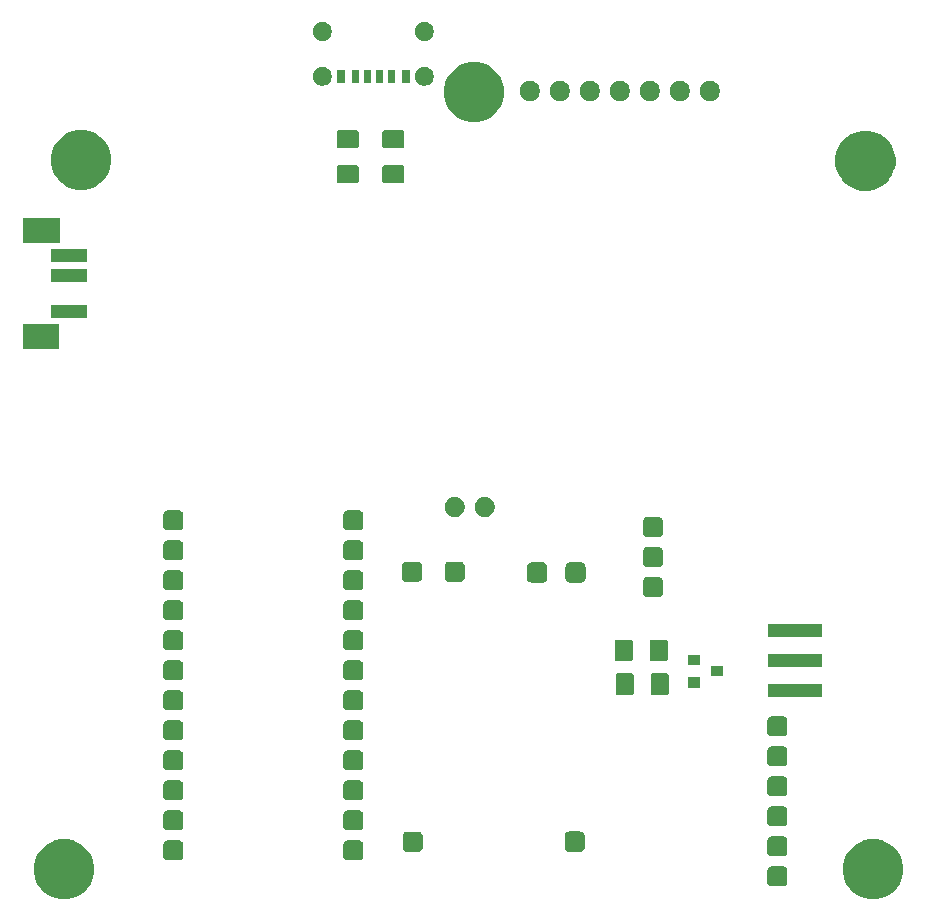
<source format=gbr>
G04 #@! TF.GenerationSoftware,KiCad,Pcbnew,5.0.2+dfsg1-1~bpo9+1*
G04 #@! TF.CreationDate,2021-01-26T10:03:55+00:00*
G04 #@! TF.ProjectId,ardubigboy,61726475-6269-4676-926f-792e6b696361,rev?*
G04 #@! TF.SameCoordinates,Original*
G04 #@! TF.FileFunction,Soldermask,Bot*
G04 #@! TF.FilePolarity,Negative*
%FSLAX46Y46*%
G04 Gerber Fmt 4.6, Leading zero omitted, Abs format (unit mm)*
G04 Created by KiCad (PCBNEW 5.0.2+dfsg1-1~bpo9+1) date Tue 26 Jan 2021 10:03:55 GMT*
%MOMM*%
%LPD*%
G01*
G04 APERTURE LIST*
%ADD10C,0.100000*%
G04 APERTURE END LIST*
D10*
G36*
X128594096Y-119047033D02*
X128594098Y-119047034D01*
X128594099Y-119047034D01*
X129058352Y-119239333D01*
X129271103Y-119381489D01*
X129476171Y-119518511D01*
X129831489Y-119873829D01*
X129831491Y-119873832D01*
X130110667Y-120291648D01*
X130293407Y-120732824D01*
X130302967Y-120755904D01*
X130401000Y-121248747D01*
X130401000Y-121751252D01*
X130302966Y-122244099D01*
X130110667Y-122708352D01*
X129976858Y-122908611D01*
X129831489Y-123126171D01*
X129476171Y-123481489D01*
X129476168Y-123481491D01*
X129058352Y-123760667D01*
X128594099Y-123952966D01*
X128594098Y-123952966D01*
X128594096Y-123952967D01*
X128101253Y-124051000D01*
X127598747Y-124051000D01*
X127105904Y-123952967D01*
X127105902Y-123952966D01*
X127105901Y-123952966D01*
X126641648Y-123760667D01*
X126223832Y-123481491D01*
X126223829Y-123481489D01*
X125868511Y-123126171D01*
X125723142Y-122908611D01*
X125589333Y-122708352D01*
X125397034Y-122244099D01*
X125299000Y-121751252D01*
X125299000Y-121248747D01*
X125397033Y-120755904D01*
X125406593Y-120732824D01*
X125589333Y-120291648D01*
X125868509Y-119873832D01*
X125868511Y-119873829D01*
X126223829Y-119518511D01*
X126428897Y-119381489D01*
X126641648Y-119239333D01*
X127105901Y-119047034D01*
X127105902Y-119047034D01*
X127105904Y-119047033D01*
X127598747Y-118949000D01*
X128101253Y-118949000D01*
X128594096Y-119047033D01*
X128594096Y-119047033D01*
G37*
G36*
X60094096Y-119047033D02*
X60094098Y-119047034D01*
X60094099Y-119047034D01*
X60558352Y-119239333D01*
X60771103Y-119381489D01*
X60976171Y-119518511D01*
X61331489Y-119873829D01*
X61331491Y-119873832D01*
X61610667Y-120291648D01*
X61793407Y-120732824D01*
X61802967Y-120755904D01*
X61901000Y-121248747D01*
X61901000Y-121751252D01*
X61802966Y-122244099D01*
X61610667Y-122708352D01*
X61476858Y-122908611D01*
X61331489Y-123126171D01*
X60976171Y-123481489D01*
X60976168Y-123481491D01*
X60558352Y-123760667D01*
X60094099Y-123952966D01*
X60094098Y-123952966D01*
X60094096Y-123952967D01*
X59601253Y-124051000D01*
X59098747Y-124051000D01*
X58605904Y-123952967D01*
X58605902Y-123952966D01*
X58605901Y-123952966D01*
X58141648Y-123760667D01*
X57723832Y-123481491D01*
X57723829Y-123481489D01*
X57368511Y-123126171D01*
X57223142Y-122908611D01*
X57089333Y-122708352D01*
X56897034Y-122244099D01*
X56799000Y-121751252D01*
X56799000Y-121248747D01*
X56897033Y-120755904D01*
X56906593Y-120732824D01*
X57089333Y-120291648D01*
X57368509Y-119873832D01*
X57368511Y-119873829D01*
X57723829Y-119518511D01*
X57928897Y-119381489D01*
X58141648Y-119239333D01*
X58605901Y-119047034D01*
X58605902Y-119047034D01*
X58605904Y-119047033D01*
X59098747Y-118949000D01*
X59601253Y-118949000D01*
X60094096Y-119047033D01*
X60094096Y-119047033D01*
G37*
G36*
X120298698Y-121246568D02*
X120366684Y-121267191D01*
X120429337Y-121300680D01*
X120484252Y-121345748D01*
X120529320Y-121400663D01*
X120562809Y-121463316D01*
X120583432Y-121531302D01*
X120591000Y-121608140D01*
X120591000Y-122571860D01*
X120583432Y-122648698D01*
X120562809Y-122716684D01*
X120529320Y-122779337D01*
X120484252Y-122834252D01*
X120429337Y-122879320D01*
X120366684Y-122912809D01*
X120298698Y-122933432D01*
X120221860Y-122941000D01*
X119258140Y-122941000D01*
X119181302Y-122933432D01*
X119113316Y-122912809D01*
X119050663Y-122879320D01*
X118995748Y-122834252D01*
X118950680Y-122779337D01*
X118917191Y-122716684D01*
X118896568Y-122648698D01*
X118889000Y-122571860D01*
X118889000Y-121608140D01*
X118896568Y-121531302D01*
X118917191Y-121463316D01*
X118950680Y-121400663D01*
X118995748Y-121345748D01*
X119050663Y-121300680D01*
X119113316Y-121267191D01*
X119181302Y-121246568D01*
X119258140Y-121239000D01*
X120221860Y-121239000D01*
X120298698Y-121246568D01*
X120298698Y-121246568D01*
G37*
G36*
X84398698Y-119046568D02*
X84466684Y-119067191D01*
X84529337Y-119100680D01*
X84584252Y-119145748D01*
X84629320Y-119200663D01*
X84662809Y-119263316D01*
X84683432Y-119331302D01*
X84691000Y-119408140D01*
X84691000Y-120371860D01*
X84683432Y-120448698D01*
X84662809Y-120516684D01*
X84629320Y-120579337D01*
X84584252Y-120634252D01*
X84529337Y-120679320D01*
X84466684Y-120712809D01*
X84398698Y-120733432D01*
X84321860Y-120741000D01*
X83358140Y-120741000D01*
X83281302Y-120733432D01*
X83213316Y-120712809D01*
X83150663Y-120679320D01*
X83095748Y-120634252D01*
X83050680Y-120579337D01*
X83017191Y-120516684D01*
X82996568Y-120448698D01*
X82989000Y-120371860D01*
X82989000Y-119408140D01*
X82996568Y-119331302D01*
X83017191Y-119263316D01*
X83050680Y-119200663D01*
X83095748Y-119145748D01*
X83150663Y-119100680D01*
X83213316Y-119067191D01*
X83281302Y-119046568D01*
X83358140Y-119039000D01*
X84321860Y-119039000D01*
X84398698Y-119046568D01*
X84398698Y-119046568D01*
G37*
G36*
X69158698Y-119046568D02*
X69226684Y-119067191D01*
X69289337Y-119100680D01*
X69344252Y-119145748D01*
X69389320Y-119200663D01*
X69422809Y-119263316D01*
X69443432Y-119331302D01*
X69451000Y-119408140D01*
X69451000Y-120371860D01*
X69443432Y-120448698D01*
X69422809Y-120516684D01*
X69389320Y-120579337D01*
X69344252Y-120634252D01*
X69289337Y-120679320D01*
X69226684Y-120712809D01*
X69158698Y-120733432D01*
X69081860Y-120741000D01*
X68118140Y-120741000D01*
X68041302Y-120733432D01*
X67973316Y-120712809D01*
X67910663Y-120679320D01*
X67855748Y-120634252D01*
X67810680Y-120579337D01*
X67777191Y-120516684D01*
X67756568Y-120448698D01*
X67749000Y-120371860D01*
X67749000Y-119408140D01*
X67756568Y-119331302D01*
X67777191Y-119263316D01*
X67810680Y-119200663D01*
X67855748Y-119145748D01*
X67910663Y-119100680D01*
X67973316Y-119067191D01*
X68041302Y-119046568D01*
X68118140Y-119039000D01*
X69081860Y-119039000D01*
X69158698Y-119046568D01*
X69158698Y-119046568D01*
G37*
G36*
X120298698Y-118706568D02*
X120366684Y-118727191D01*
X120429337Y-118760680D01*
X120484252Y-118805748D01*
X120529320Y-118860663D01*
X120562809Y-118923316D01*
X120583432Y-118991302D01*
X120591000Y-119068140D01*
X120591000Y-120031860D01*
X120583432Y-120108698D01*
X120562809Y-120176684D01*
X120529320Y-120239337D01*
X120484252Y-120294252D01*
X120429337Y-120339320D01*
X120366684Y-120372809D01*
X120298698Y-120393432D01*
X120221860Y-120401000D01*
X119258140Y-120401000D01*
X119181302Y-120393432D01*
X119113316Y-120372809D01*
X119050663Y-120339320D01*
X118995748Y-120294252D01*
X118950680Y-120239337D01*
X118917191Y-120176684D01*
X118896568Y-120108698D01*
X118889000Y-120031860D01*
X118889000Y-119068140D01*
X118896568Y-118991302D01*
X118917191Y-118923316D01*
X118950680Y-118860663D01*
X118995748Y-118805748D01*
X119050663Y-118760680D01*
X119113316Y-118727191D01*
X119181302Y-118706568D01*
X119258140Y-118699000D01*
X120221860Y-118699000D01*
X120298698Y-118706568D01*
X120298698Y-118706568D01*
G37*
G36*
X89417998Y-118319268D02*
X89485984Y-118339891D01*
X89548637Y-118373380D01*
X89603552Y-118418448D01*
X89648620Y-118473363D01*
X89682109Y-118536016D01*
X89702732Y-118604002D01*
X89710300Y-118680840D01*
X89710300Y-119644560D01*
X89702732Y-119721398D01*
X89682109Y-119789384D01*
X89648620Y-119852037D01*
X89603552Y-119906952D01*
X89548637Y-119952020D01*
X89485984Y-119985509D01*
X89417998Y-120006132D01*
X89341160Y-120013700D01*
X88377440Y-120013700D01*
X88300602Y-120006132D01*
X88232616Y-119985509D01*
X88169963Y-119952020D01*
X88115048Y-119906952D01*
X88069980Y-119852037D01*
X88036491Y-119789384D01*
X88015868Y-119721398D01*
X88008300Y-119644560D01*
X88008300Y-118680840D01*
X88015868Y-118604002D01*
X88036491Y-118536016D01*
X88069980Y-118473363D01*
X88115048Y-118418448D01*
X88169963Y-118373380D01*
X88232616Y-118339891D01*
X88300602Y-118319268D01*
X88377440Y-118311700D01*
X89341160Y-118311700D01*
X89417998Y-118319268D01*
X89417998Y-118319268D01*
G37*
G36*
X103133998Y-118306568D02*
X103201984Y-118327191D01*
X103264637Y-118360680D01*
X103319552Y-118405748D01*
X103364620Y-118460663D01*
X103398109Y-118523316D01*
X103418732Y-118591302D01*
X103426300Y-118668140D01*
X103426300Y-119631860D01*
X103418732Y-119708698D01*
X103398109Y-119776684D01*
X103364620Y-119839337D01*
X103319552Y-119894252D01*
X103264637Y-119939320D01*
X103201984Y-119972809D01*
X103133998Y-119993432D01*
X103057160Y-120001000D01*
X102093440Y-120001000D01*
X102016602Y-119993432D01*
X101948616Y-119972809D01*
X101885963Y-119939320D01*
X101831048Y-119894252D01*
X101785980Y-119839337D01*
X101752491Y-119776684D01*
X101731868Y-119708698D01*
X101724300Y-119631860D01*
X101724300Y-118668140D01*
X101731868Y-118591302D01*
X101752491Y-118523316D01*
X101785980Y-118460663D01*
X101831048Y-118405748D01*
X101885963Y-118360680D01*
X101948616Y-118327191D01*
X102016602Y-118306568D01*
X102093440Y-118299000D01*
X103057160Y-118299000D01*
X103133998Y-118306568D01*
X103133998Y-118306568D01*
G37*
G36*
X69158698Y-116506568D02*
X69226684Y-116527191D01*
X69289337Y-116560680D01*
X69344252Y-116605748D01*
X69389320Y-116660663D01*
X69422809Y-116723316D01*
X69443432Y-116791302D01*
X69451000Y-116868140D01*
X69451000Y-117831860D01*
X69443432Y-117908698D01*
X69422809Y-117976684D01*
X69389320Y-118039337D01*
X69344252Y-118094252D01*
X69289337Y-118139320D01*
X69226684Y-118172809D01*
X69158698Y-118193432D01*
X69081860Y-118201000D01*
X68118140Y-118201000D01*
X68041302Y-118193432D01*
X67973316Y-118172809D01*
X67910663Y-118139320D01*
X67855748Y-118094252D01*
X67810680Y-118039337D01*
X67777191Y-117976684D01*
X67756568Y-117908698D01*
X67749000Y-117831860D01*
X67749000Y-116868140D01*
X67756568Y-116791302D01*
X67777191Y-116723316D01*
X67810680Y-116660663D01*
X67855748Y-116605748D01*
X67910663Y-116560680D01*
X67973316Y-116527191D01*
X68041302Y-116506568D01*
X68118140Y-116499000D01*
X69081860Y-116499000D01*
X69158698Y-116506568D01*
X69158698Y-116506568D01*
G37*
G36*
X84398698Y-116506568D02*
X84466684Y-116527191D01*
X84529337Y-116560680D01*
X84584252Y-116605748D01*
X84629320Y-116660663D01*
X84662809Y-116723316D01*
X84683432Y-116791302D01*
X84691000Y-116868140D01*
X84691000Y-117831860D01*
X84683432Y-117908698D01*
X84662809Y-117976684D01*
X84629320Y-118039337D01*
X84584252Y-118094252D01*
X84529337Y-118139320D01*
X84466684Y-118172809D01*
X84398698Y-118193432D01*
X84321860Y-118201000D01*
X83358140Y-118201000D01*
X83281302Y-118193432D01*
X83213316Y-118172809D01*
X83150663Y-118139320D01*
X83095748Y-118094252D01*
X83050680Y-118039337D01*
X83017191Y-117976684D01*
X82996568Y-117908698D01*
X82989000Y-117831860D01*
X82989000Y-116868140D01*
X82996568Y-116791302D01*
X83017191Y-116723316D01*
X83050680Y-116660663D01*
X83095748Y-116605748D01*
X83150663Y-116560680D01*
X83213316Y-116527191D01*
X83281302Y-116506568D01*
X83358140Y-116499000D01*
X84321860Y-116499000D01*
X84398698Y-116506568D01*
X84398698Y-116506568D01*
G37*
G36*
X120298698Y-116166568D02*
X120366684Y-116187191D01*
X120429337Y-116220680D01*
X120484252Y-116265748D01*
X120529320Y-116320663D01*
X120562809Y-116383316D01*
X120583432Y-116451302D01*
X120591000Y-116528140D01*
X120591000Y-117491860D01*
X120583432Y-117568698D01*
X120562809Y-117636684D01*
X120529320Y-117699337D01*
X120484252Y-117754252D01*
X120429337Y-117799320D01*
X120366684Y-117832809D01*
X120298698Y-117853432D01*
X120221860Y-117861000D01*
X119258140Y-117861000D01*
X119181302Y-117853432D01*
X119113316Y-117832809D01*
X119050663Y-117799320D01*
X118995748Y-117754252D01*
X118950680Y-117699337D01*
X118917191Y-117636684D01*
X118896568Y-117568698D01*
X118889000Y-117491860D01*
X118889000Y-116528140D01*
X118896568Y-116451302D01*
X118917191Y-116383316D01*
X118950680Y-116320663D01*
X118995748Y-116265748D01*
X119050663Y-116220680D01*
X119113316Y-116187191D01*
X119181302Y-116166568D01*
X119258140Y-116159000D01*
X120221860Y-116159000D01*
X120298698Y-116166568D01*
X120298698Y-116166568D01*
G37*
G36*
X69158698Y-113966568D02*
X69226684Y-113987191D01*
X69289337Y-114020680D01*
X69344252Y-114065748D01*
X69389320Y-114120663D01*
X69422809Y-114183316D01*
X69443432Y-114251302D01*
X69451000Y-114328140D01*
X69451000Y-115291860D01*
X69443432Y-115368698D01*
X69422809Y-115436684D01*
X69389320Y-115499337D01*
X69344252Y-115554252D01*
X69289337Y-115599320D01*
X69226684Y-115632809D01*
X69158698Y-115653432D01*
X69081860Y-115661000D01*
X68118140Y-115661000D01*
X68041302Y-115653432D01*
X67973316Y-115632809D01*
X67910663Y-115599320D01*
X67855748Y-115554252D01*
X67810680Y-115499337D01*
X67777191Y-115436684D01*
X67756568Y-115368698D01*
X67749000Y-115291860D01*
X67749000Y-114328140D01*
X67756568Y-114251302D01*
X67777191Y-114183316D01*
X67810680Y-114120663D01*
X67855748Y-114065748D01*
X67910663Y-114020680D01*
X67973316Y-113987191D01*
X68041302Y-113966568D01*
X68118140Y-113959000D01*
X69081860Y-113959000D01*
X69158698Y-113966568D01*
X69158698Y-113966568D01*
G37*
G36*
X84398698Y-113966568D02*
X84466684Y-113987191D01*
X84529337Y-114020680D01*
X84584252Y-114065748D01*
X84629320Y-114120663D01*
X84662809Y-114183316D01*
X84683432Y-114251302D01*
X84691000Y-114328140D01*
X84691000Y-115291860D01*
X84683432Y-115368698D01*
X84662809Y-115436684D01*
X84629320Y-115499337D01*
X84584252Y-115554252D01*
X84529337Y-115599320D01*
X84466684Y-115632809D01*
X84398698Y-115653432D01*
X84321860Y-115661000D01*
X83358140Y-115661000D01*
X83281302Y-115653432D01*
X83213316Y-115632809D01*
X83150663Y-115599320D01*
X83095748Y-115554252D01*
X83050680Y-115499337D01*
X83017191Y-115436684D01*
X82996568Y-115368698D01*
X82989000Y-115291860D01*
X82989000Y-114328140D01*
X82996568Y-114251302D01*
X83017191Y-114183316D01*
X83050680Y-114120663D01*
X83095748Y-114065748D01*
X83150663Y-114020680D01*
X83213316Y-113987191D01*
X83281302Y-113966568D01*
X83358140Y-113959000D01*
X84321860Y-113959000D01*
X84398698Y-113966568D01*
X84398698Y-113966568D01*
G37*
G36*
X120298698Y-113626568D02*
X120366684Y-113647191D01*
X120429337Y-113680680D01*
X120484252Y-113725748D01*
X120529320Y-113780663D01*
X120562809Y-113843316D01*
X120583432Y-113911302D01*
X120591000Y-113988140D01*
X120591000Y-114951860D01*
X120583432Y-115028698D01*
X120562809Y-115096684D01*
X120529320Y-115159337D01*
X120484252Y-115214252D01*
X120429337Y-115259320D01*
X120366684Y-115292809D01*
X120298698Y-115313432D01*
X120221860Y-115321000D01*
X119258140Y-115321000D01*
X119181302Y-115313432D01*
X119113316Y-115292809D01*
X119050663Y-115259320D01*
X118995748Y-115214252D01*
X118950680Y-115159337D01*
X118917191Y-115096684D01*
X118896568Y-115028698D01*
X118889000Y-114951860D01*
X118889000Y-113988140D01*
X118896568Y-113911302D01*
X118917191Y-113843316D01*
X118950680Y-113780663D01*
X118995748Y-113725748D01*
X119050663Y-113680680D01*
X119113316Y-113647191D01*
X119181302Y-113626568D01*
X119258140Y-113619000D01*
X120221860Y-113619000D01*
X120298698Y-113626568D01*
X120298698Y-113626568D01*
G37*
G36*
X84398698Y-111426568D02*
X84466684Y-111447191D01*
X84529337Y-111480680D01*
X84584252Y-111525748D01*
X84629320Y-111580663D01*
X84662809Y-111643316D01*
X84683432Y-111711302D01*
X84691000Y-111788140D01*
X84691000Y-112751860D01*
X84683432Y-112828698D01*
X84662809Y-112896684D01*
X84629320Y-112959337D01*
X84584252Y-113014252D01*
X84529337Y-113059320D01*
X84466684Y-113092809D01*
X84398698Y-113113432D01*
X84321860Y-113121000D01*
X83358140Y-113121000D01*
X83281302Y-113113432D01*
X83213316Y-113092809D01*
X83150663Y-113059320D01*
X83095748Y-113014252D01*
X83050680Y-112959337D01*
X83017191Y-112896684D01*
X82996568Y-112828698D01*
X82989000Y-112751860D01*
X82989000Y-111788140D01*
X82996568Y-111711302D01*
X83017191Y-111643316D01*
X83050680Y-111580663D01*
X83095748Y-111525748D01*
X83150663Y-111480680D01*
X83213316Y-111447191D01*
X83281302Y-111426568D01*
X83358140Y-111419000D01*
X84321860Y-111419000D01*
X84398698Y-111426568D01*
X84398698Y-111426568D01*
G37*
G36*
X69158698Y-111426568D02*
X69226684Y-111447191D01*
X69289337Y-111480680D01*
X69344252Y-111525748D01*
X69389320Y-111580663D01*
X69422809Y-111643316D01*
X69443432Y-111711302D01*
X69451000Y-111788140D01*
X69451000Y-112751860D01*
X69443432Y-112828698D01*
X69422809Y-112896684D01*
X69389320Y-112959337D01*
X69344252Y-113014252D01*
X69289337Y-113059320D01*
X69226684Y-113092809D01*
X69158698Y-113113432D01*
X69081860Y-113121000D01*
X68118140Y-113121000D01*
X68041302Y-113113432D01*
X67973316Y-113092809D01*
X67910663Y-113059320D01*
X67855748Y-113014252D01*
X67810680Y-112959337D01*
X67777191Y-112896684D01*
X67756568Y-112828698D01*
X67749000Y-112751860D01*
X67749000Y-111788140D01*
X67756568Y-111711302D01*
X67777191Y-111643316D01*
X67810680Y-111580663D01*
X67855748Y-111525748D01*
X67910663Y-111480680D01*
X67973316Y-111447191D01*
X68041302Y-111426568D01*
X68118140Y-111419000D01*
X69081860Y-111419000D01*
X69158698Y-111426568D01*
X69158698Y-111426568D01*
G37*
G36*
X120298698Y-111086568D02*
X120366684Y-111107191D01*
X120429337Y-111140680D01*
X120484252Y-111185748D01*
X120529320Y-111240663D01*
X120562809Y-111303316D01*
X120583432Y-111371302D01*
X120591000Y-111448140D01*
X120591000Y-112411860D01*
X120583432Y-112488698D01*
X120562809Y-112556684D01*
X120529320Y-112619337D01*
X120484252Y-112674252D01*
X120429337Y-112719320D01*
X120366684Y-112752809D01*
X120298698Y-112773432D01*
X120221860Y-112781000D01*
X119258140Y-112781000D01*
X119181302Y-112773432D01*
X119113316Y-112752809D01*
X119050663Y-112719320D01*
X118995748Y-112674252D01*
X118950680Y-112619337D01*
X118917191Y-112556684D01*
X118896568Y-112488698D01*
X118889000Y-112411860D01*
X118889000Y-111448140D01*
X118896568Y-111371302D01*
X118917191Y-111303316D01*
X118950680Y-111240663D01*
X118995748Y-111185748D01*
X119050663Y-111140680D01*
X119113316Y-111107191D01*
X119181302Y-111086568D01*
X119258140Y-111079000D01*
X120221860Y-111079000D01*
X120298698Y-111086568D01*
X120298698Y-111086568D01*
G37*
G36*
X84398698Y-108886568D02*
X84466684Y-108907191D01*
X84529337Y-108940680D01*
X84584252Y-108985748D01*
X84629320Y-109040663D01*
X84662809Y-109103316D01*
X84683432Y-109171302D01*
X84691000Y-109248140D01*
X84691000Y-110211860D01*
X84683432Y-110288698D01*
X84662809Y-110356684D01*
X84629320Y-110419337D01*
X84584252Y-110474252D01*
X84529337Y-110519320D01*
X84466684Y-110552809D01*
X84398698Y-110573432D01*
X84321860Y-110581000D01*
X83358140Y-110581000D01*
X83281302Y-110573432D01*
X83213316Y-110552809D01*
X83150663Y-110519320D01*
X83095748Y-110474252D01*
X83050680Y-110419337D01*
X83017191Y-110356684D01*
X82996568Y-110288698D01*
X82989000Y-110211860D01*
X82989000Y-109248140D01*
X82996568Y-109171302D01*
X83017191Y-109103316D01*
X83050680Y-109040663D01*
X83095748Y-108985748D01*
X83150663Y-108940680D01*
X83213316Y-108907191D01*
X83281302Y-108886568D01*
X83358140Y-108879000D01*
X84321860Y-108879000D01*
X84398698Y-108886568D01*
X84398698Y-108886568D01*
G37*
G36*
X69158698Y-108886568D02*
X69226684Y-108907191D01*
X69289337Y-108940680D01*
X69344252Y-108985748D01*
X69389320Y-109040663D01*
X69422809Y-109103316D01*
X69443432Y-109171302D01*
X69451000Y-109248140D01*
X69451000Y-110211860D01*
X69443432Y-110288698D01*
X69422809Y-110356684D01*
X69389320Y-110419337D01*
X69344252Y-110474252D01*
X69289337Y-110519320D01*
X69226684Y-110552809D01*
X69158698Y-110573432D01*
X69081860Y-110581000D01*
X68118140Y-110581000D01*
X68041302Y-110573432D01*
X67973316Y-110552809D01*
X67910663Y-110519320D01*
X67855748Y-110474252D01*
X67810680Y-110419337D01*
X67777191Y-110356684D01*
X67756568Y-110288698D01*
X67749000Y-110211860D01*
X67749000Y-109248140D01*
X67756568Y-109171302D01*
X67777191Y-109103316D01*
X67810680Y-109040663D01*
X67855748Y-108985748D01*
X67910663Y-108940680D01*
X67973316Y-108907191D01*
X68041302Y-108886568D01*
X68118140Y-108879000D01*
X69081860Y-108879000D01*
X69158698Y-108886568D01*
X69158698Y-108886568D01*
G37*
G36*
X120298698Y-108546568D02*
X120366684Y-108567191D01*
X120429337Y-108600680D01*
X120484252Y-108645748D01*
X120529320Y-108700663D01*
X120562809Y-108763316D01*
X120583432Y-108831302D01*
X120591000Y-108908140D01*
X120591000Y-109871860D01*
X120583432Y-109948698D01*
X120562809Y-110016684D01*
X120529320Y-110079337D01*
X120484252Y-110134252D01*
X120429337Y-110179320D01*
X120366684Y-110212809D01*
X120298698Y-110233432D01*
X120221860Y-110241000D01*
X119258140Y-110241000D01*
X119181302Y-110233432D01*
X119113316Y-110212809D01*
X119050663Y-110179320D01*
X118995748Y-110134252D01*
X118950680Y-110079337D01*
X118917191Y-110016684D01*
X118896568Y-109948698D01*
X118889000Y-109871860D01*
X118889000Y-108908140D01*
X118896568Y-108831302D01*
X118917191Y-108763316D01*
X118950680Y-108700663D01*
X118995748Y-108645748D01*
X119050663Y-108600680D01*
X119113316Y-108567191D01*
X119181302Y-108546568D01*
X119258140Y-108539000D01*
X120221860Y-108539000D01*
X120298698Y-108546568D01*
X120298698Y-108546568D01*
G37*
G36*
X84398698Y-106346568D02*
X84466684Y-106367191D01*
X84529337Y-106400680D01*
X84584252Y-106445748D01*
X84629320Y-106500663D01*
X84662809Y-106563316D01*
X84683432Y-106631302D01*
X84691000Y-106708140D01*
X84691000Y-107671860D01*
X84683432Y-107748698D01*
X84662809Y-107816684D01*
X84629320Y-107879337D01*
X84584252Y-107934252D01*
X84529337Y-107979320D01*
X84466684Y-108012809D01*
X84398698Y-108033432D01*
X84321860Y-108041000D01*
X83358140Y-108041000D01*
X83281302Y-108033432D01*
X83213316Y-108012809D01*
X83150663Y-107979320D01*
X83095748Y-107934252D01*
X83050680Y-107879337D01*
X83017191Y-107816684D01*
X82996568Y-107748698D01*
X82989000Y-107671860D01*
X82989000Y-106708140D01*
X82996568Y-106631302D01*
X83017191Y-106563316D01*
X83050680Y-106500663D01*
X83095748Y-106445748D01*
X83150663Y-106400680D01*
X83213316Y-106367191D01*
X83281302Y-106346568D01*
X83358140Y-106339000D01*
X84321860Y-106339000D01*
X84398698Y-106346568D01*
X84398698Y-106346568D01*
G37*
G36*
X69158698Y-106346568D02*
X69226684Y-106367191D01*
X69289337Y-106400680D01*
X69344252Y-106445748D01*
X69389320Y-106500663D01*
X69422809Y-106563316D01*
X69443432Y-106631302D01*
X69451000Y-106708140D01*
X69451000Y-107671860D01*
X69443432Y-107748698D01*
X69422809Y-107816684D01*
X69389320Y-107879337D01*
X69344252Y-107934252D01*
X69289337Y-107979320D01*
X69226684Y-108012809D01*
X69158698Y-108033432D01*
X69081860Y-108041000D01*
X68118140Y-108041000D01*
X68041302Y-108033432D01*
X67973316Y-108012809D01*
X67910663Y-107979320D01*
X67855748Y-107934252D01*
X67810680Y-107879337D01*
X67777191Y-107816684D01*
X67756568Y-107748698D01*
X67749000Y-107671860D01*
X67749000Y-106708140D01*
X67756568Y-106631302D01*
X67777191Y-106563316D01*
X67810680Y-106500663D01*
X67855748Y-106445748D01*
X67910663Y-106400680D01*
X67973316Y-106367191D01*
X68041302Y-106346568D01*
X68118140Y-106339000D01*
X69081860Y-106339000D01*
X69158698Y-106346568D01*
X69158698Y-106346568D01*
G37*
G36*
X123561000Y-106881000D02*
X118959000Y-106881000D01*
X118959000Y-105779000D01*
X123561000Y-105779000D01*
X123561000Y-106881000D01*
X123561000Y-106881000D01*
G37*
G36*
X110403062Y-104908181D02*
X110437977Y-104918773D01*
X110470165Y-104935978D01*
X110498373Y-104959127D01*
X110521522Y-104987335D01*
X110538727Y-105019523D01*
X110549319Y-105054438D01*
X110553500Y-105096895D01*
X110553500Y-106563105D01*
X110549319Y-106605562D01*
X110538727Y-106640477D01*
X110521522Y-106672665D01*
X110498373Y-106700873D01*
X110470165Y-106724022D01*
X110437977Y-106741227D01*
X110403062Y-106751819D01*
X110360605Y-106756000D01*
X109219395Y-106756000D01*
X109176938Y-106751819D01*
X109142023Y-106741227D01*
X109109835Y-106724022D01*
X109081627Y-106700873D01*
X109058478Y-106672665D01*
X109041273Y-106640477D01*
X109030681Y-106605562D01*
X109026500Y-106563105D01*
X109026500Y-105096895D01*
X109030681Y-105054438D01*
X109041273Y-105019523D01*
X109058478Y-104987335D01*
X109081627Y-104959127D01*
X109109835Y-104935978D01*
X109142023Y-104918773D01*
X109176938Y-104908181D01*
X109219395Y-104904000D01*
X110360605Y-104904000D01*
X110403062Y-104908181D01*
X110403062Y-104908181D01*
G37*
G36*
X107428062Y-104908181D02*
X107462977Y-104918773D01*
X107495165Y-104935978D01*
X107523373Y-104959127D01*
X107546522Y-104987335D01*
X107563727Y-105019523D01*
X107574319Y-105054438D01*
X107578500Y-105096895D01*
X107578500Y-106563105D01*
X107574319Y-106605562D01*
X107563727Y-106640477D01*
X107546522Y-106672665D01*
X107523373Y-106700873D01*
X107495165Y-106724022D01*
X107462977Y-106741227D01*
X107428062Y-106751819D01*
X107385605Y-106756000D01*
X106244395Y-106756000D01*
X106201938Y-106751819D01*
X106167023Y-106741227D01*
X106134835Y-106724022D01*
X106106627Y-106700873D01*
X106083478Y-106672665D01*
X106066273Y-106640477D01*
X106055681Y-106605562D01*
X106051500Y-106563105D01*
X106051500Y-105096895D01*
X106055681Y-105054438D01*
X106066273Y-105019523D01*
X106083478Y-104987335D01*
X106106627Y-104959127D01*
X106134835Y-104935978D01*
X106167023Y-104918773D01*
X106201938Y-104908181D01*
X106244395Y-104904000D01*
X107385605Y-104904000D01*
X107428062Y-104908181D01*
X107428062Y-104908181D01*
G37*
G36*
X113161000Y-106121000D02*
X112159000Y-106121000D01*
X112159000Y-105219000D01*
X113161000Y-105219000D01*
X113161000Y-106121000D01*
X113161000Y-106121000D01*
G37*
G36*
X69158698Y-103806568D02*
X69226684Y-103827191D01*
X69289337Y-103860680D01*
X69344252Y-103905748D01*
X69389320Y-103960663D01*
X69422809Y-104023316D01*
X69443432Y-104091302D01*
X69451000Y-104168140D01*
X69451000Y-105131860D01*
X69443432Y-105208698D01*
X69422809Y-105276684D01*
X69389320Y-105339337D01*
X69344252Y-105394252D01*
X69289337Y-105439320D01*
X69226684Y-105472809D01*
X69158698Y-105493432D01*
X69081860Y-105501000D01*
X68118140Y-105501000D01*
X68041302Y-105493432D01*
X67973316Y-105472809D01*
X67910663Y-105439320D01*
X67855748Y-105394252D01*
X67810680Y-105339337D01*
X67777191Y-105276684D01*
X67756568Y-105208698D01*
X67749000Y-105131860D01*
X67749000Y-104168140D01*
X67756568Y-104091302D01*
X67777191Y-104023316D01*
X67810680Y-103960663D01*
X67855748Y-103905748D01*
X67910663Y-103860680D01*
X67973316Y-103827191D01*
X68041302Y-103806568D01*
X68118140Y-103799000D01*
X69081860Y-103799000D01*
X69158698Y-103806568D01*
X69158698Y-103806568D01*
G37*
G36*
X84398698Y-103806568D02*
X84466684Y-103827191D01*
X84529337Y-103860680D01*
X84584252Y-103905748D01*
X84629320Y-103960663D01*
X84662809Y-104023316D01*
X84683432Y-104091302D01*
X84691000Y-104168140D01*
X84691000Y-105131860D01*
X84683432Y-105208698D01*
X84662809Y-105276684D01*
X84629320Y-105339337D01*
X84584252Y-105394252D01*
X84529337Y-105439320D01*
X84466684Y-105472809D01*
X84398698Y-105493432D01*
X84321860Y-105501000D01*
X83358140Y-105501000D01*
X83281302Y-105493432D01*
X83213316Y-105472809D01*
X83150663Y-105439320D01*
X83095748Y-105394252D01*
X83050680Y-105339337D01*
X83017191Y-105276684D01*
X82996568Y-105208698D01*
X82989000Y-105131860D01*
X82989000Y-104168140D01*
X82996568Y-104091302D01*
X83017191Y-104023316D01*
X83050680Y-103960663D01*
X83095748Y-103905748D01*
X83150663Y-103860680D01*
X83213316Y-103827191D01*
X83281302Y-103806568D01*
X83358140Y-103799000D01*
X84321860Y-103799000D01*
X84398698Y-103806568D01*
X84398698Y-103806568D01*
G37*
G36*
X115161000Y-105171000D02*
X114159000Y-105171000D01*
X114159000Y-104269000D01*
X115161000Y-104269000D01*
X115161000Y-105171000D01*
X115161000Y-105171000D01*
G37*
G36*
X123561000Y-104341000D02*
X118959000Y-104341000D01*
X118959000Y-103239000D01*
X123561000Y-103239000D01*
X123561000Y-104341000D01*
X123561000Y-104341000D01*
G37*
G36*
X113161000Y-104221000D02*
X112159000Y-104221000D01*
X112159000Y-103319000D01*
X113161000Y-103319000D01*
X113161000Y-104221000D01*
X113161000Y-104221000D01*
G37*
G36*
X110313062Y-102048181D02*
X110347977Y-102058773D01*
X110380165Y-102075978D01*
X110408373Y-102099127D01*
X110431522Y-102127335D01*
X110448727Y-102159523D01*
X110459319Y-102194438D01*
X110463500Y-102236895D01*
X110463500Y-103703105D01*
X110459319Y-103745562D01*
X110448727Y-103780477D01*
X110431522Y-103812665D01*
X110408373Y-103840873D01*
X110380165Y-103864022D01*
X110347977Y-103881227D01*
X110313062Y-103891819D01*
X110270605Y-103896000D01*
X109129395Y-103896000D01*
X109086938Y-103891819D01*
X109052023Y-103881227D01*
X109019835Y-103864022D01*
X108991627Y-103840873D01*
X108968478Y-103812665D01*
X108951273Y-103780477D01*
X108940681Y-103745562D01*
X108936500Y-103703105D01*
X108936500Y-102236895D01*
X108940681Y-102194438D01*
X108951273Y-102159523D01*
X108968478Y-102127335D01*
X108991627Y-102099127D01*
X109019835Y-102075978D01*
X109052023Y-102058773D01*
X109086938Y-102048181D01*
X109129395Y-102044000D01*
X110270605Y-102044000D01*
X110313062Y-102048181D01*
X110313062Y-102048181D01*
G37*
G36*
X107338062Y-102048181D02*
X107372977Y-102058773D01*
X107405165Y-102075978D01*
X107433373Y-102099127D01*
X107456522Y-102127335D01*
X107473727Y-102159523D01*
X107484319Y-102194438D01*
X107488500Y-102236895D01*
X107488500Y-103703105D01*
X107484319Y-103745562D01*
X107473727Y-103780477D01*
X107456522Y-103812665D01*
X107433373Y-103840873D01*
X107405165Y-103864022D01*
X107372977Y-103881227D01*
X107338062Y-103891819D01*
X107295605Y-103896000D01*
X106154395Y-103896000D01*
X106111938Y-103891819D01*
X106077023Y-103881227D01*
X106044835Y-103864022D01*
X106016627Y-103840873D01*
X105993478Y-103812665D01*
X105976273Y-103780477D01*
X105965681Y-103745562D01*
X105961500Y-103703105D01*
X105961500Y-102236895D01*
X105965681Y-102194438D01*
X105976273Y-102159523D01*
X105993478Y-102127335D01*
X106016627Y-102099127D01*
X106044835Y-102075978D01*
X106077023Y-102058773D01*
X106111938Y-102048181D01*
X106154395Y-102044000D01*
X107295605Y-102044000D01*
X107338062Y-102048181D01*
X107338062Y-102048181D01*
G37*
G36*
X84398698Y-101266568D02*
X84466684Y-101287191D01*
X84529337Y-101320680D01*
X84584252Y-101365748D01*
X84629320Y-101420663D01*
X84662809Y-101483316D01*
X84683432Y-101551302D01*
X84691000Y-101628140D01*
X84691000Y-102591860D01*
X84683432Y-102668698D01*
X84662809Y-102736684D01*
X84629320Y-102799337D01*
X84584252Y-102854252D01*
X84529337Y-102899320D01*
X84466684Y-102932809D01*
X84398698Y-102953432D01*
X84321860Y-102961000D01*
X83358140Y-102961000D01*
X83281302Y-102953432D01*
X83213316Y-102932809D01*
X83150663Y-102899320D01*
X83095748Y-102854252D01*
X83050680Y-102799337D01*
X83017191Y-102736684D01*
X82996568Y-102668698D01*
X82989000Y-102591860D01*
X82989000Y-101628140D01*
X82996568Y-101551302D01*
X83017191Y-101483316D01*
X83050680Y-101420663D01*
X83095748Y-101365748D01*
X83150663Y-101320680D01*
X83213316Y-101287191D01*
X83281302Y-101266568D01*
X83358140Y-101259000D01*
X84321860Y-101259000D01*
X84398698Y-101266568D01*
X84398698Y-101266568D01*
G37*
G36*
X69158698Y-101266568D02*
X69226684Y-101287191D01*
X69289337Y-101320680D01*
X69344252Y-101365748D01*
X69389320Y-101420663D01*
X69422809Y-101483316D01*
X69443432Y-101551302D01*
X69451000Y-101628140D01*
X69451000Y-102591860D01*
X69443432Y-102668698D01*
X69422809Y-102736684D01*
X69389320Y-102799337D01*
X69344252Y-102854252D01*
X69289337Y-102899320D01*
X69226684Y-102932809D01*
X69158698Y-102953432D01*
X69081860Y-102961000D01*
X68118140Y-102961000D01*
X68041302Y-102953432D01*
X67973316Y-102932809D01*
X67910663Y-102899320D01*
X67855748Y-102854252D01*
X67810680Y-102799337D01*
X67777191Y-102736684D01*
X67756568Y-102668698D01*
X67749000Y-102591860D01*
X67749000Y-101628140D01*
X67756568Y-101551302D01*
X67777191Y-101483316D01*
X67810680Y-101420663D01*
X67855748Y-101365748D01*
X67910663Y-101320680D01*
X67973316Y-101287191D01*
X68041302Y-101266568D01*
X68118140Y-101259000D01*
X69081860Y-101259000D01*
X69158698Y-101266568D01*
X69158698Y-101266568D01*
G37*
G36*
X123561000Y-101801000D02*
X118959000Y-101801000D01*
X118959000Y-100699000D01*
X123561000Y-100699000D01*
X123561000Y-101801000D01*
X123561000Y-101801000D01*
G37*
G36*
X84398698Y-98726568D02*
X84466684Y-98747191D01*
X84529337Y-98780680D01*
X84584252Y-98825748D01*
X84629320Y-98880663D01*
X84662809Y-98943316D01*
X84683432Y-99011302D01*
X84691000Y-99088140D01*
X84691000Y-100051860D01*
X84683432Y-100128698D01*
X84662809Y-100196684D01*
X84629320Y-100259337D01*
X84584252Y-100314252D01*
X84529337Y-100359320D01*
X84466684Y-100392809D01*
X84398698Y-100413432D01*
X84321860Y-100421000D01*
X83358140Y-100421000D01*
X83281302Y-100413432D01*
X83213316Y-100392809D01*
X83150663Y-100359320D01*
X83095748Y-100314252D01*
X83050680Y-100259337D01*
X83017191Y-100196684D01*
X82996568Y-100128698D01*
X82989000Y-100051860D01*
X82989000Y-99088140D01*
X82996568Y-99011302D01*
X83017191Y-98943316D01*
X83050680Y-98880663D01*
X83095748Y-98825748D01*
X83150663Y-98780680D01*
X83213316Y-98747191D01*
X83281302Y-98726568D01*
X83358140Y-98719000D01*
X84321860Y-98719000D01*
X84398698Y-98726568D01*
X84398698Y-98726568D01*
G37*
G36*
X69158698Y-98726568D02*
X69226684Y-98747191D01*
X69289337Y-98780680D01*
X69344252Y-98825748D01*
X69389320Y-98880663D01*
X69422809Y-98943316D01*
X69443432Y-99011302D01*
X69451000Y-99088140D01*
X69451000Y-100051860D01*
X69443432Y-100128698D01*
X69422809Y-100196684D01*
X69389320Y-100259337D01*
X69344252Y-100314252D01*
X69289337Y-100359320D01*
X69226684Y-100392809D01*
X69158698Y-100413432D01*
X69081860Y-100421000D01*
X68118140Y-100421000D01*
X68041302Y-100413432D01*
X67973316Y-100392809D01*
X67910663Y-100359320D01*
X67855748Y-100314252D01*
X67810680Y-100259337D01*
X67777191Y-100196684D01*
X67756568Y-100128698D01*
X67749000Y-100051860D01*
X67749000Y-99088140D01*
X67756568Y-99011302D01*
X67777191Y-98943316D01*
X67810680Y-98880663D01*
X67855748Y-98825748D01*
X67910663Y-98780680D01*
X67973316Y-98747191D01*
X68041302Y-98726568D01*
X68118140Y-98719000D01*
X69081860Y-98719000D01*
X69158698Y-98726568D01*
X69158698Y-98726568D01*
G37*
G36*
X109758698Y-96766568D02*
X109826684Y-96787191D01*
X109889337Y-96820680D01*
X109944252Y-96865748D01*
X109989320Y-96920663D01*
X110022809Y-96983316D01*
X110043432Y-97051302D01*
X110051000Y-97128140D01*
X110051000Y-98091860D01*
X110043432Y-98168698D01*
X110022809Y-98236684D01*
X109989320Y-98299337D01*
X109944252Y-98354252D01*
X109889337Y-98399320D01*
X109826684Y-98432809D01*
X109758698Y-98453432D01*
X109681860Y-98461000D01*
X108718140Y-98461000D01*
X108641302Y-98453432D01*
X108573316Y-98432809D01*
X108510663Y-98399320D01*
X108455748Y-98354252D01*
X108410680Y-98299337D01*
X108377191Y-98236684D01*
X108356568Y-98168698D01*
X108349000Y-98091860D01*
X108349000Y-97128140D01*
X108356568Y-97051302D01*
X108377191Y-96983316D01*
X108410680Y-96920663D01*
X108455748Y-96865748D01*
X108510663Y-96820680D01*
X108573316Y-96787191D01*
X108641302Y-96766568D01*
X108718140Y-96759000D01*
X109681860Y-96759000D01*
X109758698Y-96766568D01*
X109758698Y-96766568D01*
G37*
G36*
X84398698Y-96186568D02*
X84466684Y-96207191D01*
X84529337Y-96240680D01*
X84584252Y-96285748D01*
X84629320Y-96340663D01*
X84662809Y-96403316D01*
X84683432Y-96471302D01*
X84691000Y-96548140D01*
X84691000Y-97511860D01*
X84683432Y-97588698D01*
X84662809Y-97656684D01*
X84629320Y-97719337D01*
X84584252Y-97774252D01*
X84529337Y-97819320D01*
X84466684Y-97852809D01*
X84398698Y-97873432D01*
X84321860Y-97881000D01*
X83358140Y-97881000D01*
X83281302Y-97873432D01*
X83213316Y-97852809D01*
X83150663Y-97819320D01*
X83095748Y-97774252D01*
X83050680Y-97719337D01*
X83017191Y-97656684D01*
X82996568Y-97588698D01*
X82989000Y-97511860D01*
X82989000Y-96548140D01*
X82996568Y-96471302D01*
X83017191Y-96403316D01*
X83050680Y-96340663D01*
X83095748Y-96285748D01*
X83150663Y-96240680D01*
X83213316Y-96207191D01*
X83281302Y-96186568D01*
X83358140Y-96179000D01*
X84321860Y-96179000D01*
X84398698Y-96186568D01*
X84398698Y-96186568D01*
G37*
G36*
X69158698Y-96186568D02*
X69226684Y-96207191D01*
X69289337Y-96240680D01*
X69344252Y-96285748D01*
X69389320Y-96340663D01*
X69422809Y-96403316D01*
X69443432Y-96471302D01*
X69451000Y-96548140D01*
X69451000Y-97511860D01*
X69443432Y-97588698D01*
X69422809Y-97656684D01*
X69389320Y-97719337D01*
X69344252Y-97774252D01*
X69289337Y-97819320D01*
X69226684Y-97852809D01*
X69158698Y-97873432D01*
X69081860Y-97881000D01*
X68118140Y-97881000D01*
X68041302Y-97873432D01*
X67973316Y-97852809D01*
X67910663Y-97819320D01*
X67855748Y-97774252D01*
X67810680Y-97719337D01*
X67777191Y-97656684D01*
X67756568Y-97588698D01*
X67749000Y-97511860D01*
X67749000Y-96548140D01*
X67756568Y-96471302D01*
X67777191Y-96403316D01*
X67810680Y-96340663D01*
X67855748Y-96285748D01*
X67910663Y-96240680D01*
X67973316Y-96207191D01*
X68041302Y-96186568D01*
X68118140Y-96179000D01*
X69081860Y-96179000D01*
X69158698Y-96186568D01*
X69158698Y-96186568D01*
G37*
G36*
X99958998Y-95522768D02*
X100026984Y-95543391D01*
X100089637Y-95576880D01*
X100144552Y-95621948D01*
X100189620Y-95676863D01*
X100223109Y-95739516D01*
X100243732Y-95807502D01*
X100251300Y-95884340D01*
X100251300Y-96848060D01*
X100243732Y-96924898D01*
X100223109Y-96992884D01*
X100189620Y-97055537D01*
X100144552Y-97110452D01*
X100089637Y-97155520D01*
X100026984Y-97189009D01*
X99958998Y-97209632D01*
X99882160Y-97217200D01*
X98918440Y-97217200D01*
X98841602Y-97209632D01*
X98773616Y-97189009D01*
X98710963Y-97155520D01*
X98656048Y-97110452D01*
X98610980Y-97055537D01*
X98577491Y-96992884D01*
X98556868Y-96924898D01*
X98549300Y-96848060D01*
X98549300Y-95884340D01*
X98556868Y-95807502D01*
X98577491Y-95739516D01*
X98610980Y-95676863D01*
X98656048Y-95621948D01*
X98710963Y-95576880D01*
X98773616Y-95543391D01*
X98841602Y-95522768D01*
X98918440Y-95515200D01*
X99882160Y-95515200D01*
X99958998Y-95522768D01*
X99958998Y-95522768D01*
G37*
G36*
X103210198Y-95522768D02*
X103278184Y-95543391D01*
X103340837Y-95576880D01*
X103395752Y-95621948D01*
X103440820Y-95676863D01*
X103474309Y-95739516D01*
X103494932Y-95807502D01*
X103502500Y-95884340D01*
X103502500Y-96848060D01*
X103494932Y-96924898D01*
X103474309Y-96992884D01*
X103440820Y-97055537D01*
X103395752Y-97110452D01*
X103340837Y-97155520D01*
X103278184Y-97189009D01*
X103210198Y-97209632D01*
X103133360Y-97217200D01*
X102169640Y-97217200D01*
X102092802Y-97209632D01*
X102024816Y-97189009D01*
X101962163Y-97155520D01*
X101907248Y-97110452D01*
X101862180Y-97055537D01*
X101828691Y-96992884D01*
X101808068Y-96924898D01*
X101800500Y-96848060D01*
X101800500Y-95884340D01*
X101808068Y-95807502D01*
X101828691Y-95739516D01*
X101862180Y-95676863D01*
X101907248Y-95621948D01*
X101962163Y-95576880D01*
X102024816Y-95543391D01*
X102092802Y-95522768D01*
X102169640Y-95515200D01*
X103133360Y-95515200D01*
X103210198Y-95522768D01*
X103210198Y-95522768D01*
G37*
G36*
X89354498Y-95459268D02*
X89422484Y-95479891D01*
X89485137Y-95513380D01*
X89540052Y-95558448D01*
X89585120Y-95613363D01*
X89618609Y-95676016D01*
X89639232Y-95744002D01*
X89646800Y-95820840D01*
X89646800Y-96784560D01*
X89639232Y-96861398D01*
X89618609Y-96929384D01*
X89585120Y-96992037D01*
X89540052Y-97046952D01*
X89485137Y-97092020D01*
X89422484Y-97125509D01*
X89354498Y-97146132D01*
X89277660Y-97153700D01*
X88313940Y-97153700D01*
X88237102Y-97146132D01*
X88169116Y-97125509D01*
X88106463Y-97092020D01*
X88051548Y-97046952D01*
X88006480Y-96992037D01*
X87972991Y-96929384D01*
X87952368Y-96861398D01*
X87944800Y-96784560D01*
X87944800Y-95820840D01*
X87952368Y-95744002D01*
X87972991Y-95676016D01*
X88006480Y-95613363D01*
X88051548Y-95558448D01*
X88106463Y-95513380D01*
X88169116Y-95479891D01*
X88237102Y-95459268D01*
X88313940Y-95451700D01*
X89277660Y-95451700D01*
X89354498Y-95459268D01*
X89354498Y-95459268D01*
G37*
G36*
X92973998Y-95459268D02*
X93041984Y-95479891D01*
X93104637Y-95513380D01*
X93159552Y-95558448D01*
X93204620Y-95613363D01*
X93238109Y-95676016D01*
X93258732Y-95744002D01*
X93266300Y-95820840D01*
X93266300Y-96784560D01*
X93258732Y-96861398D01*
X93238109Y-96929384D01*
X93204620Y-96992037D01*
X93159552Y-97046952D01*
X93104637Y-97092020D01*
X93041984Y-97125509D01*
X92973998Y-97146132D01*
X92897160Y-97153700D01*
X91933440Y-97153700D01*
X91856602Y-97146132D01*
X91788616Y-97125509D01*
X91725963Y-97092020D01*
X91671048Y-97046952D01*
X91625980Y-96992037D01*
X91592491Y-96929384D01*
X91571868Y-96861398D01*
X91564300Y-96784560D01*
X91564300Y-95820840D01*
X91571868Y-95744002D01*
X91592491Y-95676016D01*
X91625980Y-95613363D01*
X91671048Y-95558448D01*
X91725963Y-95513380D01*
X91788616Y-95479891D01*
X91856602Y-95459268D01*
X91933440Y-95451700D01*
X92897160Y-95451700D01*
X92973998Y-95459268D01*
X92973998Y-95459268D01*
G37*
G36*
X109758698Y-94226568D02*
X109826684Y-94247191D01*
X109889337Y-94280680D01*
X109944252Y-94325748D01*
X109989320Y-94380663D01*
X110022809Y-94443316D01*
X110043432Y-94511302D01*
X110051000Y-94588140D01*
X110051000Y-95551860D01*
X110043432Y-95628698D01*
X110022809Y-95696684D01*
X109989320Y-95759337D01*
X109944252Y-95814252D01*
X109889337Y-95859320D01*
X109826684Y-95892809D01*
X109758698Y-95913432D01*
X109681860Y-95921000D01*
X108718140Y-95921000D01*
X108641302Y-95913432D01*
X108573316Y-95892809D01*
X108510663Y-95859320D01*
X108455748Y-95814252D01*
X108410680Y-95759337D01*
X108377191Y-95696684D01*
X108356568Y-95628698D01*
X108349000Y-95551860D01*
X108349000Y-94588140D01*
X108356568Y-94511302D01*
X108377191Y-94443316D01*
X108410680Y-94380663D01*
X108455748Y-94325748D01*
X108510663Y-94280680D01*
X108573316Y-94247191D01*
X108641302Y-94226568D01*
X108718140Y-94219000D01*
X109681860Y-94219000D01*
X109758698Y-94226568D01*
X109758698Y-94226568D01*
G37*
G36*
X84398698Y-93646568D02*
X84466684Y-93667191D01*
X84529337Y-93700680D01*
X84584252Y-93745748D01*
X84629320Y-93800663D01*
X84662809Y-93863316D01*
X84683432Y-93931302D01*
X84691000Y-94008140D01*
X84691000Y-94971860D01*
X84683432Y-95048698D01*
X84662809Y-95116684D01*
X84629320Y-95179337D01*
X84584252Y-95234252D01*
X84529337Y-95279320D01*
X84466684Y-95312809D01*
X84398698Y-95333432D01*
X84321860Y-95341000D01*
X83358140Y-95341000D01*
X83281302Y-95333432D01*
X83213316Y-95312809D01*
X83150663Y-95279320D01*
X83095748Y-95234252D01*
X83050680Y-95179337D01*
X83017191Y-95116684D01*
X82996568Y-95048698D01*
X82989000Y-94971860D01*
X82989000Y-94008140D01*
X82996568Y-93931302D01*
X83017191Y-93863316D01*
X83050680Y-93800663D01*
X83095748Y-93745748D01*
X83150663Y-93700680D01*
X83213316Y-93667191D01*
X83281302Y-93646568D01*
X83358140Y-93639000D01*
X84321860Y-93639000D01*
X84398698Y-93646568D01*
X84398698Y-93646568D01*
G37*
G36*
X69158698Y-93646568D02*
X69226684Y-93667191D01*
X69289337Y-93700680D01*
X69344252Y-93745748D01*
X69389320Y-93800663D01*
X69422809Y-93863316D01*
X69443432Y-93931302D01*
X69451000Y-94008140D01*
X69451000Y-94971860D01*
X69443432Y-95048698D01*
X69422809Y-95116684D01*
X69389320Y-95179337D01*
X69344252Y-95234252D01*
X69289337Y-95279320D01*
X69226684Y-95312809D01*
X69158698Y-95333432D01*
X69081860Y-95341000D01*
X68118140Y-95341000D01*
X68041302Y-95333432D01*
X67973316Y-95312809D01*
X67910663Y-95279320D01*
X67855748Y-95234252D01*
X67810680Y-95179337D01*
X67777191Y-95116684D01*
X67756568Y-95048698D01*
X67749000Y-94971860D01*
X67749000Y-94008140D01*
X67756568Y-93931302D01*
X67777191Y-93863316D01*
X67810680Y-93800663D01*
X67855748Y-93745748D01*
X67910663Y-93700680D01*
X67973316Y-93667191D01*
X68041302Y-93646568D01*
X68118140Y-93639000D01*
X69081860Y-93639000D01*
X69158698Y-93646568D01*
X69158698Y-93646568D01*
G37*
G36*
X109758698Y-91686568D02*
X109826684Y-91707191D01*
X109889337Y-91740680D01*
X109944252Y-91785748D01*
X109989320Y-91840663D01*
X110022809Y-91903316D01*
X110043432Y-91971302D01*
X110051000Y-92048140D01*
X110051000Y-93011860D01*
X110043432Y-93088698D01*
X110022809Y-93156684D01*
X109989320Y-93219337D01*
X109944252Y-93274252D01*
X109889337Y-93319320D01*
X109826684Y-93352809D01*
X109758698Y-93373432D01*
X109681860Y-93381000D01*
X108718140Y-93381000D01*
X108641302Y-93373432D01*
X108573316Y-93352809D01*
X108510663Y-93319320D01*
X108455748Y-93274252D01*
X108410680Y-93219337D01*
X108377191Y-93156684D01*
X108356568Y-93088698D01*
X108349000Y-93011860D01*
X108349000Y-92048140D01*
X108356568Y-91971302D01*
X108377191Y-91903316D01*
X108410680Y-91840663D01*
X108455748Y-91785748D01*
X108510663Y-91740680D01*
X108573316Y-91707191D01*
X108641302Y-91686568D01*
X108718140Y-91679000D01*
X109681860Y-91679000D01*
X109758698Y-91686568D01*
X109758698Y-91686568D01*
G37*
G36*
X84398698Y-91106568D02*
X84466684Y-91127191D01*
X84529337Y-91160680D01*
X84584252Y-91205748D01*
X84629320Y-91260663D01*
X84662809Y-91323316D01*
X84683432Y-91391302D01*
X84691000Y-91468140D01*
X84691000Y-92431860D01*
X84683432Y-92508698D01*
X84662809Y-92576684D01*
X84629320Y-92639337D01*
X84584252Y-92694252D01*
X84529337Y-92739320D01*
X84466684Y-92772809D01*
X84398698Y-92793432D01*
X84321860Y-92801000D01*
X83358140Y-92801000D01*
X83281302Y-92793432D01*
X83213316Y-92772809D01*
X83150663Y-92739320D01*
X83095748Y-92694252D01*
X83050680Y-92639337D01*
X83017191Y-92576684D01*
X82996568Y-92508698D01*
X82989000Y-92431860D01*
X82989000Y-91468140D01*
X82996568Y-91391302D01*
X83017191Y-91323316D01*
X83050680Y-91260663D01*
X83095748Y-91205748D01*
X83150663Y-91160680D01*
X83213316Y-91127191D01*
X83281302Y-91106568D01*
X83358140Y-91099000D01*
X84321860Y-91099000D01*
X84398698Y-91106568D01*
X84398698Y-91106568D01*
G37*
G36*
X69158698Y-91106568D02*
X69226684Y-91127191D01*
X69289337Y-91160680D01*
X69344252Y-91205748D01*
X69389320Y-91260663D01*
X69422809Y-91323316D01*
X69443432Y-91391302D01*
X69451000Y-91468140D01*
X69451000Y-92431860D01*
X69443432Y-92508698D01*
X69422809Y-92576684D01*
X69389320Y-92639337D01*
X69344252Y-92694252D01*
X69289337Y-92739320D01*
X69226684Y-92772809D01*
X69158698Y-92793432D01*
X69081860Y-92801000D01*
X68118140Y-92801000D01*
X68041302Y-92793432D01*
X67973316Y-92772809D01*
X67910663Y-92739320D01*
X67855748Y-92694252D01*
X67810680Y-92639337D01*
X67777191Y-92576684D01*
X67756568Y-92508698D01*
X67749000Y-92431860D01*
X67749000Y-91468140D01*
X67756568Y-91391302D01*
X67777191Y-91323316D01*
X67810680Y-91260663D01*
X67855748Y-91205748D01*
X67910663Y-91160680D01*
X67973316Y-91127191D01*
X68041302Y-91106568D01*
X68118140Y-91099000D01*
X69081860Y-91099000D01*
X69158698Y-91106568D01*
X69158698Y-91106568D01*
G37*
G36*
X95208228Y-90001703D02*
X95363100Y-90065853D01*
X95502481Y-90158985D01*
X95621015Y-90277519D01*
X95714147Y-90416900D01*
X95778297Y-90571772D01*
X95811000Y-90736184D01*
X95811000Y-90903816D01*
X95778297Y-91068228D01*
X95714147Y-91223100D01*
X95621015Y-91362481D01*
X95502481Y-91481015D01*
X95363100Y-91574147D01*
X95208228Y-91638297D01*
X95043816Y-91671000D01*
X94876184Y-91671000D01*
X94711772Y-91638297D01*
X94556900Y-91574147D01*
X94417519Y-91481015D01*
X94298985Y-91362481D01*
X94205853Y-91223100D01*
X94141703Y-91068228D01*
X94109000Y-90903816D01*
X94109000Y-90736184D01*
X94141703Y-90571772D01*
X94205853Y-90416900D01*
X94298985Y-90277519D01*
X94417519Y-90158985D01*
X94556900Y-90065853D01*
X94711772Y-90001703D01*
X94876184Y-89969000D01*
X95043816Y-89969000D01*
X95208228Y-90001703D01*
X95208228Y-90001703D01*
G37*
G36*
X92668228Y-90001703D02*
X92823100Y-90065853D01*
X92962481Y-90158985D01*
X93081015Y-90277519D01*
X93174147Y-90416900D01*
X93238297Y-90571772D01*
X93271000Y-90736184D01*
X93271000Y-90903816D01*
X93238297Y-91068228D01*
X93174147Y-91223100D01*
X93081015Y-91362481D01*
X92962481Y-91481015D01*
X92823100Y-91574147D01*
X92668228Y-91638297D01*
X92503816Y-91671000D01*
X92336184Y-91671000D01*
X92171772Y-91638297D01*
X92016900Y-91574147D01*
X91877519Y-91481015D01*
X91758985Y-91362481D01*
X91665853Y-91223100D01*
X91601703Y-91068228D01*
X91569000Y-90903816D01*
X91569000Y-90736184D01*
X91601703Y-90571772D01*
X91665853Y-90416900D01*
X91758985Y-90277519D01*
X91877519Y-90158985D01*
X92016900Y-90065853D01*
X92171772Y-90001703D01*
X92336184Y-89969000D01*
X92503816Y-89969000D01*
X92668228Y-90001703D01*
X92668228Y-90001703D01*
G37*
G36*
X58944320Y-77424600D02*
X55842320Y-77424600D01*
X55842320Y-75322600D01*
X58944320Y-75322600D01*
X58944320Y-77424600D01*
X58944320Y-77424600D01*
G37*
G36*
X61324300Y-74791000D02*
X58222300Y-74791000D01*
X58222300Y-73689000D01*
X61324300Y-73689000D01*
X61324300Y-74791000D01*
X61324300Y-74791000D01*
G37*
G36*
X61324300Y-71781100D02*
X58222300Y-71781100D01*
X58222300Y-70679100D01*
X61324300Y-70679100D01*
X61324300Y-71781100D01*
X61324300Y-71781100D01*
G37*
G36*
X61324300Y-70079300D02*
X58222300Y-70079300D01*
X58222300Y-68977300D01*
X61324300Y-68977300D01*
X61324300Y-70079300D01*
X61324300Y-70079300D01*
G37*
G36*
X58974800Y-68458400D02*
X55872800Y-68458400D01*
X55872800Y-66356400D01*
X58974800Y-66356400D01*
X58974800Y-68458400D01*
X58974800Y-68458400D01*
G37*
G36*
X127944096Y-59047033D02*
X127944098Y-59047034D01*
X127944099Y-59047034D01*
X128408352Y-59239333D01*
X128751338Y-59468509D01*
X128826171Y-59518511D01*
X129181489Y-59873829D01*
X129181491Y-59873832D01*
X129460667Y-60291648D01*
X129652966Y-60755901D01*
X129652967Y-60755904D01*
X129751000Y-61248747D01*
X129751000Y-61751253D01*
X129662913Y-62194096D01*
X129652966Y-62244099D01*
X129460667Y-62708352D01*
X129214900Y-63076168D01*
X129181489Y-63126171D01*
X128826171Y-63481489D01*
X128826168Y-63481491D01*
X128408352Y-63760667D01*
X127944099Y-63952966D01*
X127944098Y-63952966D01*
X127944096Y-63952967D01*
X127451253Y-64051000D01*
X126948747Y-64051000D01*
X126455904Y-63952967D01*
X126455902Y-63952966D01*
X126455901Y-63952966D01*
X125991648Y-63760667D01*
X125573832Y-63481491D01*
X125573829Y-63481489D01*
X125218511Y-63126171D01*
X125185100Y-63076168D01*
X124939333Y-62708352D01*
X124747034Y-62244099D01*
X124737088Y-62194096D01*
X124649000Y-61751253D01*
X124649000Y-61248747D01*
X124747033Y-60755904D01*
X124747034Y-60755901D01*
X124939333Y-60291648D01*
X125218509Y-59873832D01*
X125218511Y-59873829D01*
X125573829Y-59518511D01*
X125648662Y-59468509D01*
X125991648Y-59239333D01*
X126455901Y-59047034D01*
X126455902Y-59047034D01*
X126455904Y-59047033D01*
X126948747Y-58949000D01*
X127451253Y-58949000D01*
X127944096Y-59047033D01*
X127944096Y-59047033D01*
G37*
G36*
X61544096Y-58997033D02*
X61544098Y-58997034D01*
X61544099Y-58997034D01*
X62008352Y-59189333D01*
X62424284Y-59467250D01*
X62426171Y-59468511D01*
X62781489Y-59823829D01*
X62781491Y-59823832D01*
X63060667Y-60241648D01*
X63252966Y-60705901D01*
X63252967Y-60705904D01*
X63351000Y-61198747D01*
X63351000Y-61701253D01*
X63274291Y-62086895D01*
X63252966Y-62194099D01*
X63060667Y-62658352D01*
X62782750Y-63074284D01*
X62781489Y-63076171D01*
X62426171Y-63431489D01*
X62426168Y-63431491D01*
X62008352Y-63710667D01*
X61544099Y-63902966D01*
X61544098Y-63902966D01*
X61544096Y-63902967D01*
X61051253Y-64001000D01*
X60548747Y-64001000D01*
X60055904Y-63902967D01*
X60055902Y-63902966D01*
X60055901Y-63902966D01*
X59591648Y-63710667D01*
X59173832Y-63431491D01*
X59173829Y-63431489D01*
X58818511Y-63076171D01*
X58817250Y-63074284D01*
X58539333Y-62658352D01*
X58347034Y-62194099D01*
X58325710Y-62086895D01*
X58249000Y-61701253D01*
X58249000Y-61198747D01*
X58347033Y-60705904D01*
X58347034Y-60705901D01*
X58539333Y-60241648D01*
X58818509Y-59823832D01*
X58818511Y-59823829D01*
X59173829Y-59468511D01*
X59175716Y-59467250D01*
X59591648Y-59189333D01*
X60055901Y-58997034D01*
X60055902Y-58997034D01*
X60055904Y-58997033D01*
X60548747Y-58899000D01*
X61051253Y-58899000D01*
X61544096Y-58997033D01*
X61544096Y-58997033D01*
G37*
G36*
X87985562Y-61898181D02*
X88020477Y-61908773D01*
X88052665Y-61925978D01*
X88080873Y-61949127D01*
X88104022Y-61977335D01*
X88121227Y-62009523D01*
X88131819Y-62044438D01*
X88136000Y-62086895D01*
X88136000Y-63228105D01*
X88131819Y-63270562D01*
X88121227Y-63305477D01*
X88104022Y-63337665D01*
X88080873Y-63365873D01*
X88052665Y-63389022D01*
X88020477Y-63406227D01*
X87985562Y-63416819D01*
X87943105Y-63421000D01*
X86476895Y-63421000D01*
X86434438Y-63416819D01*
X86399523Y-63406227D01*
X86367335Y-63389022D01*
X86339127Y-63365873D01*
X86315978Y-63337665D01*
X86298773Y-63305477D01*
X86288181Y-63270562D01*
X86284000Y-63228105D01*
X86284000Y-62086895D01*
X86288181Y-62044438D01*
X86298773Y-62009523D01*
X86315978Y-61977335D01*
X86339127Y-61949127D01*
X86367335Y-61925978D01*
X86399523Y-61908773D01*
X86434438Y-61898181D01*
X86476895Y-61894000D01*
X87943105Y-61894000D01*
X87985562Y-61898181D01*
X87985562Y-61898181D01*
G37*
G36*
X84155562Y-61898181D02*
X84190477Y-61908773D01*
X84222665Y-61925978D01*
X84250873Y-61949127D01*
X84274022Y-61977335D01*
X84291227Y-62009523D01*
X84301819Y-62044438D01*
X84306000Y-62086895D01*
X84306000Y-63228105D01*
X84301819Y-63270562D01*
X84291227Y-63305477D01*
X84274022Y-63337665D01*
X84250873Y-63365873D01*
X84222665Y-63389022D01*
X84190477Y-63406227D01*
X84155562Y-63416819D01*
X84113105Y-63421000D01*
X82646895Y-63421000D01*
X82604438Y-63416819D01*
X82569523Y-63406227D01*
X82537335Y-63389022D01*
X82509127Y-63365873D01*
X82485978Y-63337665D01*
X82468773Y-63305477D01*
X82458181Y-63270562D01*
X82454000Y-63228105D01*
X82454000Y-62086895D01*
X82458181Y-62044438D01*
X82468773Y-62009523D01*
X82485978Y-61977335D01*
X82509127Y-61949127D01*
X82537335Y-61925978D01*
X82569523Y-61908773D01*
X82604438Y-61898181D01*
X82646895Y-61894000D01*
X84113105Y-61894000D01*
X84155562Y-61898181D01*
X84155562Y-61898181D01*
G37*
G36*
X87985562Y-58923181D02*
X88020477Y-58933773D01*
X88052665Y-58950978D01*
X88080873Y-58974127D01*
X88104022Y-59002335D01*
X88121227Y-59034523D01*
X88131819Y-59069438D01*
X88136000Y-59111895D01*
X88136000Y-60253105D01*
X88131819Y-60295562D01*
X88121227Y-60330477D01*
X88104022Y-60362665D01*
X88080873Y-60390873D01*
X88052665Y-60414022D01*
X88020477Y-60431227D01*
X87985562Y-60441819D01*
X87943105Y-60446000D01*
X86476895Y-60446000D01*
X86434438Y-60441819D01*
X86399523Y-60431227D01*
X86367335Y-60414022D01*
X86339127Y-60390873D01*
X86315978Y-60362665D01*
X86298773Y-60330477D01*
X86288181Y-60295562D01*
X86284000Y-60253105D01*
X86284000Y-59111895D01*
X86288181Y-59069438D01*
X86298773Y-59034523D01*
X86315978Y-59002335D01*
X86339127Y-58974127D01*
X86367335Y-58950978D01*
X86399523Y-58933773D01*
X86434438Y-58923181D01*
X86476895Y-58919000D01*
X87943105Y-58919000D01*
X87985562Y-58923181D01*
X87985562Y-58923181D01*
G37*
G36*
X84155562Y-58923181D02*
X84190477Y-58933773D01*
X84222665Y-58950978D01*
X84250873Y-58974127D01*
X84274022Y-59002335D01*
X84291227Y-59034523D01*
X84301819Y-59069438D01*
X84306000Y-59111895D01*
X84306000Y-60253105D01*
X84301819Y-60295562D01*
X84291227Y-60330477D01*
X84274022Y-60362665D01*
X84250873Y-60390873D01*
X84222665Y-60414022D01*
X84190477Y-60431227D01*
X84155562Y-60441819D01*
X84113105Y-60446000D01*
X82646895Y-60446000D01*
X82604438Y-60441819D01*
X82569523Y-60431227D01*
X82537335Y-60414022D01*
X82509127Y-60390873D01*
X82485978Y-60362665D01*
X82468773Y-60330477D01*
X82458181Y-60295562D01*
X82454000Y-60253105D01*
X82454000Y-59111895D01*
X82458181Y-59069438D01*
X82468773Y-59034523D01*
X82485978Y-59002335D01*
X82509127Y-58974127D01*
X82537335Y-58950978D01*
X82569523Y-58933773D01*
X82604438Y-58923181D01*
X82646895Y-58919000D01*
X84113105Y-58919000D01*
X84155562Y-58923181D01*
X84155562Y-58923181D01*
G37*
G36*
X94794096Y-53247033D02*
X94794098Y-53247034D01*
X94794099Y-53247034D01*
X95258352Y-53439333D01*
X95573881Y-53650163D01*
X95676171Y-53718511D01*
X96031489Y-54073829D01*
X96031491Y-54073832D01*
X96310667Y-54491648D01*
X96467638Y-54870611D01*
X96502967Y-54955904D01*
X96601000Y-55448747D01*
X96601000Y-55951253D01*
X96503583Y-56441000D01*
X96502966Y-56444099D01*
X96310667Y-56908352D01*
X96032750Y-57324284D01*
X96031489Y-57326171D01*
X95676171Y-57681489D01*
X95676168Y-57681491D01*
X95258352Y-57960667D01*
X94794099Y-58152966D01*
X94794098Y-58152966D01*
X94794096Y-58152967D01*
X94301253Y-58251000D01*
X93798747Y-58251000D01*
X93305904Y-58152967D01*
X93305902Y-58152966D01*
X93305901Y-58152966D01*
X92841648Y-57960667D01*
X92423832Y-57681491D01*
X92423829Y-57681489D01*
X92068511Y-57326171D01*
X92067250Y-57324284D01*
X91789333Y-56908352D01*
X91597034Y-56444099D01*
X91596418Y-56441000D01*
X91499000Y-55951253D01*
X91499000Y-55448747D01*
X91597033Y-54955904D01*
X91632362Y-54870611D01*
X91789333Y-54491648D01*
X92068509Y-54073832D01*
X92068511Y-54073829D01*
X92423829Y-53718511D01*
X92526119Y-53650163D01*
X92841648Y-53439333D01*
X93305901Y-53247034D01*
X93305902Y-53247034D01*
X93305904Y-53247033D01*
X93798747Y-53149000D01*
X94301253Y-53149000D01*
X94794096Y-53247033D01*
X94794096Y-53247033D01*
G37*
G36*
X101568228Y-54771703D02*
X101723100Y-54835853D01*
X101862481Y-54928985D01*
X101981015Y-55047519D01*
X102074147Y-55186900D01*
X102138297Y-55341772D01*
X102171000Y-55506184D01*
X102171000Y-55673816D01*
X102138297Y-55838228D01*
X102074147Y-55993100D01*
X101981015Y-56132481D01*
X101862481Y-56251015D01*
X101723100Y-56344147D01*
X101568228Y-56408297D01*
X101403816Y-56441000D01*
X101236184Y-56441000D01*
X101071772Y-56408297D01*
X100916900Y-56344147D01*
X100777519Y-56251015D01*
X100658985Y-56132481D01*
X100565853Y-55993100D01*
X100501703Y-55838228D01*
X100469000Y-55673816D01*
X100469000Y-55506184D01*
X100501703Y-55341772D01*
X100565853Y-55186900D01*
X100658985Y-55047519D01*
X100777519Y-54928985D01*
X100916900Y-54835853D01*
X101071772Y-54771703D01*
X101236184Y-54739000D01*
X101403816Y-54739000D01*
X101568228Y-54771703D01*
X101568228Y-54771703D01*
G37*
G36*
X104108228Y-54771703D02*
X104263100Y-54835853D01*
X104402481Y-54928985D01*
X104521015Y-55047519D01*
X104614147Y-55186900D01*
X104678297Y-55341772D01*
X104711000Y-55506184D01*
X104711000Y-55673816D01*
X104678297Y-55838228D01*
X104614147Y-55993100D01*
X104521015Y-56132481D01*
X104402481Y-56251015D01*
X104263100Y-56344147D01*
X104108228Y-56408297D01*
X103943816Y-56441000D01*
X103776184Y-56441000D01*
X103611772Y-56408297D01*
X103456900Y-56344147D01*
X103317519Y-56251015D01*
X103198985Y-56132481D01*
X103105853Y-55993100D01*
X103041703Y-55838228D01*
X103009000Y-55673816D01*
X103009000Y-55506184D01*
X103041703Y-55341772D01*
X103105853Y-55186900D01*
X103198985Y-55047519D01*
X103317519Y-54928985D01*
X103456900Y-54835853D01*
X103611772Y-54771703D01*
X103776184Y-54739000D01*
X103943816Y-54739000D01*
X104108228Y-54771703D01*
X104108228Y-54771703D01*
G37*
G36*
X99028228Y-54771703D02*
X99183100Y-54835853D01*
X99322481Y-54928985D01*
X99441015Y-55047519D01*
X99534147Y-55186900D01*
X99598297Y-55341772D01*
X99631000Y-55506184D01*
X99631000Y-55673816D01*
X99598297Y-55838228D01*
X99534147Y-55993100D01*
X99441015Y-56132481D01*
X99322481Y-56251015D01*
X99183100Y-56344147D01*
X99028228Y-56408297D01*
X98863816Y-56441000D01*
X98696184Y-56441000D01*
X98531772Y-56408297D01*
X98376900Y-56344147D01*
X98237519Y-56251015D01*
X98118985Y-56132481D01*
X98025853Y-55993100D01*
X97961703Y-55838228D01*
X97929000Y-55673816D01*
X97929000Y-55506184D01*
X97961703Y-55341772D01*
X98025853Y-55186900D01*
X98118985Y-55047519D01*
X98237519Y-54928985D01*
X98376900Y-54835853D01*
X98531772Y-54771703D01*
X98696184Y-54739000D01*
X98863816Y-54739000D01*
X99028228Y-54771703D01*
X99028228Y-54771703D01*
G37*
G36*
X106648228Y-54771703D02*
X106803100Y-54835853D01*
X106942481Y-54928985D01*
X107061015Y-55047519D01*
X107154147Y-55186900D01*
X107218297Y-55341772D01*
X107251000Y-55506184D01*
X107251000Y-55673816D01*
X107218297Y-55838228D01*
X107154147Y-55993100D01*
X107061015Y-56132481D01*
X106942481Y-56251015D01*
X106803100Y-56344147D01*
X106648228Y-56408297D01*
X106483816Y-56441000D01*
X106316184Y-56441000D01*
X106151772Y-56408297D01*
X105996900Y-56344147D01*
X105857519Y-56251015D01*
X105738985Y-56132481D01*
X105645853Y-55993100D01*
X105581703Y-55838228D01*
X105549000Y-55673816D01*
X105549000Y-55506184D01*
X105581703Y-55341772D01*
X105645853Y-55186900D01*
X105738985Y-55047519D01*
X105857519Y-54928985D01*
X105996900Y-54835853D01*
X106151772Y-54771703D01*
X106316184Y-54739000D01*
X106483816Y-54739000D01*
X106648228Y-54771703D01*
X106648228Y-54771703D01*
G37*
G36*
X109188228Y-54771703D02*
X109343100Y-54835853D01*
X109482481Y-54928985D01*
X109601015Y-55047519D01*
X109694147Y-55186900D01*
X109758297Y-55341772D01*
X109791000Y-55506184D01*
X109791000Y-55673816D01*
X109758297Y-55838228D01*
X109694147Y-55993100D01*
X109601015Y-56132481D01*
X109482481Y-56251015D01*
X109343100Y-56344147D01*
X109188228Y-56408297D01*
X109023816Y-56441000D01*
X108856184Y-56441000D01*
X108691772Y-56408297D01*
X108536900Y-56344147D01*
X108397519Y-56251015D01*
X108278985Y-56132481D01*
X108185853Y-55993100D01*
X108121703Y-55838228D01*
X108089000Y-55673816D01*
X108089000Y-55506184D01*
X108121703Y-55341772D01*
X108185853Y-55186900D01*
X108278985Y-55047519D01*
X108397519Y-54928985D01*
X108536900Y-54835853D01*
X108691772Y-54771703D01*
X108856184Y-54739000D01*
X109023816Y-54739000D01*
X109188228Y-54771703D01*
X109188228Y-54771703D01*
G37*
G36*
X111728228Y-54771703D02*
X111883100Y-54835853D01*
X112022481Y-54928985D01*
X112141015Y-55047519D01*
X112234147Y-55186900D01*
X112298297Y-55341772D01*
X112331000Y-55506184D01*
X112331000Y-55673816D01*
X112298297Y-55838228D01*
X112234147Y-55993100D01*
X112141015Y-56132481D01*
X112022481Y-56251015D01*
X111883100Y-56344147D01*
X111728228Y-56408297D01*
X111563816Y-56441000D01*
X111396184Y-56441000D01*
X111231772Y-56408297D01*
X111076900Y-56344147D01*
X110937519Y-56251015D01*
X110818985Y-56132481D01*
X110725853Y-55993100D01*
X110661703Y-55838228D01*
X110629000Y-55673816D01*
X110629000Y-55506184D01*
X110661703Y-55341772D01*
X110725853Y-55186900D01*
X110818985Y-55047519D01*
X110937519Y-54928985D01*
X111076900Y-54835853D01*
X111231772Y-54771703D01*
X111396184Y-54739000D01*
X111563816Y-54739000D01*
X111728228Y-54771703D01*
X111728228Y-54771703D01*
G37*
G36*
X114268228Y-54771703D02*
X114423100Y-54835853D01*
X114562481Y-54928985D01*
X114681015Y-55047519D01*
X114774147Y-55186900D01*
X114838297Y-55341772D01*
X114871000Y-55506184D01*
X114871000Y-55673816D01*
X114838297Y-55838228D01*
X114774147Y-55993100D01*
X114681015Y-56132481D01*
X114562481Y-56251015D01*
X114423100Y-56344147D01*
X114268228Y-56408297D01*
X114103816Y-56441000D01*
X113936184Y-56441000D01*
X113771772Y-56408297D01*
X113616900Y-56344147D01*
X113477519Y-56251015D01*
X113358985Y-56132481D01*
X113265853Y-55993100D01*
X113201703Y-55838228D01*
X113169000Y-55673816D01*
X113169000Y-55506184D01*
X113201703Y-55341772D01*
X113265853Y-55186900D01*
X113358985Y-55047519D01*
X113477519Y-54928985D01*
X113616900Y-54835853D01*
X113771772Y-54771703D01*
X113936184Y-54739000D01*
X114103816Y-54739000D01*
X114268228Y-54771703D01*
X114268228Y-54771703D01*
G37*
G36*
X81445643Y-53589781D02*
X81591415Y-53650162D01*
X81722611Y-53737824D01*
X81834176Y-53849389D01*
X81921838Y-53980585D01*
X81982219Y-54126357D01*
X82013000Y-54281107D01*
X82013000Y-54438893D01*
X81982219Y-54593643D01*
X81921838Y-54739415D01*
X81834176Y-54870611D01*
X81722611Y-54982176D01*
X81591415Y-55069838D01*
X81445643Y-55130219D01*
X81290893Y-55161000D01*
X81133107Y-55161000D01*
X80978357Y-55130219D01*
X80832585Y-55069838D01*
X80701389Y-54982176D01*
X80589824Y-54870611D01*
X80502162Y-54739415D01*
X80441781Y-54593643D01*
X80411000Y-54438893D01*
X80411000Y-54281107D01*
X80441781Y-54126357D01*
X80502162Y-53980585D01*
X80589824Y-53849389D01*
X80701389Y-53737824D01*
X80832585Y-53650162D01*
X80978357Y-53589781D01*
X81133107Y-53559000D01*
X81290893Y-53559000D01*
X81445643Y-53589781D01*
X81445643Y-53589781D01*
G37*
G36*
X90081643Y-53589781D02*
X90227415Y-53650162D01*
X90358611Y-53737824D01*
X90470176Y-53849389D01*
X90557838Y-53980585D01*
X90618219Y-54126357D01*
X90649000Y-54281107D01*
X90649000Y-54438893D01*
X90618219Y-54593643D01*
X90557838Y-54739415D01*
X90470176Y-54870611D01*
X90358611Y-54982176D01*
X90227415Y-55069838D01*
X90081643Y-55130219D01*
X89926893Y-55161000D01*
X89769107Y-55161000D01*
X89614357Y-55130219D01*
X89468585Y-55069838D01*
X89337389Y-54982176D01*
X89225824Y-54870611D01*
X89138162Y-54739415D01*
X89077781Y-54593643D01*
X89047000Y-54438893D01*
X89047000Y-54281107D01*
X89077781Y-54126357D01*
X89138162Y-53980585D01*
X89225824Y-53849389D01*
X89337389Y-53737824D01*
X89468585Y-53650162D01*
X89614357Y-53589781D01*
X89769107Y-53559000D01*
X89926893Y-53559000D01*
X90081643Y-53589781D01*
X90081643Y-53589781D01*
G37*
G36*
X87365000Y-54911000D02*
X86743000Y-54911000D01*
X86743000Y-53809000D01*
X87365000Y-53809000D01*
X87365000Y-54911000D01*
X87365000Y-54911000D01*
G37*
G36*
X88636900Y-54911000D02*
X87934900Y-54911000D01*
X87934900Y-53809000D01*
X88636900Y-53809000D01*
X88636900Y-54911000D01*
X88636900Y-54911000D01*
G37*
G36*
X83125100Y-54911000D02*
X82423100Y-54911000D01*
X82423100Y-53809000D01*
X83125100Y-53809000D01*
X83125100Y-54911000D01*
X83125100Y-54911000D01*
G37*
G36*
X85333000Y-54911000D02*
X84711000Y-54911000D01*
X84711000Y-53809000D01*
X85333000Y-53809000D01*
X85333000Y-54911000D01*
X85333000Y-54911000D01*
G37*
G36*
X84317000Y-54911000D02*
X83695000Y-54911000D01*
X83695000Y-53809000D01*
X84317000Y-53809000D01*
X84317000Y-54911000D01*
X84317000Y-54911000D01*
G37*
G36*
X86349000Y-54911000D02*
X85727000Y-54911000D01*
X85727000Y-53809000D01*
X86349000Y-53809000D01*
X86349000Y-54911000D01*
X86349000Y-54911000D01*
G37*
G36*
X81445643Y-49792481D02*
X81591415Y-49852862D01*
X81722611Y-49940524D01*
X81834176Y-50052089D01*
X81921838Y-50183285D01*
X81982219Y-50329057D01*
X82013000Y-50483807D01*
X82013000Y-50641593D01*
X81982219Y-50796343D01*
X81921838Y-50942115D01*
X81834176Y-51073311D01*
X81722611Y-51184876D01*
X81591415Y-51272538D01*
X81445643Y-51332919D01*
X81290893Y-51363700D01*
X81133107Y-51363700D01*
X80978357Y-51332919D01*
X80832585Y-51272538D01*
X80701389Y-51184876D01*
X80589824Y-51073311D01*
X80502162Y-50942115D01*
X80441781Y-50796343D01*
X80411000Y-50641593D01*
X80411000Y-50483807D01*
X80441781Y-50329057D01*
X80502162Y-50183285D01*
X80589824Y-50052089D01*
X80701389Y-49940524D01*
X80832585Y-49852862D01*
X80978357Y-49792481D01*
X81133107Y-49761700D01*
X81290893Y-49761700D01*
X81445643Y-49792481D01*
X81445643Y-49792481D01*
G37*
G36*
X90081643Y-49792481D02*
X90227415Y-49852862D01*
X90358611Y-49940524D01*
X90470176Y-50052089D01*
X90557838Y-50183285D01*
X90618219Y-50329057D01*
X90649000Y-50483807D01*
X90649000Y-50641593D01*
X90618219Y-50796343D01*
X90557838Y-50942115D01*
X90470176Y-51073311D01*
X90358611Y-51184876D01*
X90227415Y-51272538D01*
X90081643Y-51332919D01*
X89926893Y-51363700D01*
X89769107Y-51363700D01*
X89614357Y-51332919D01*
X89468585Y-51272538D01*
X89337389Y-51184876D01*
X89225824Y-51073311D01*
X89138162Y-50942115D01*
X89077781Y-50796343D01*
X89047000Y-50641593D01*
X89047000Y-50483807D01*
X89077781Y-50329057D01*
X89138162Y-50183285D01*
X89225824Y-50052089D01*
X89337389Y-49940524D01*
X89468585Y-49852862D01*
X89614357Y-49792481D01*
X89769107Y-49761700D01*
X89926893Y-49761700D01*
X90081643Y-49792481D01*
X90081643Y-49792481D01*
G37*
M02*

</source>
